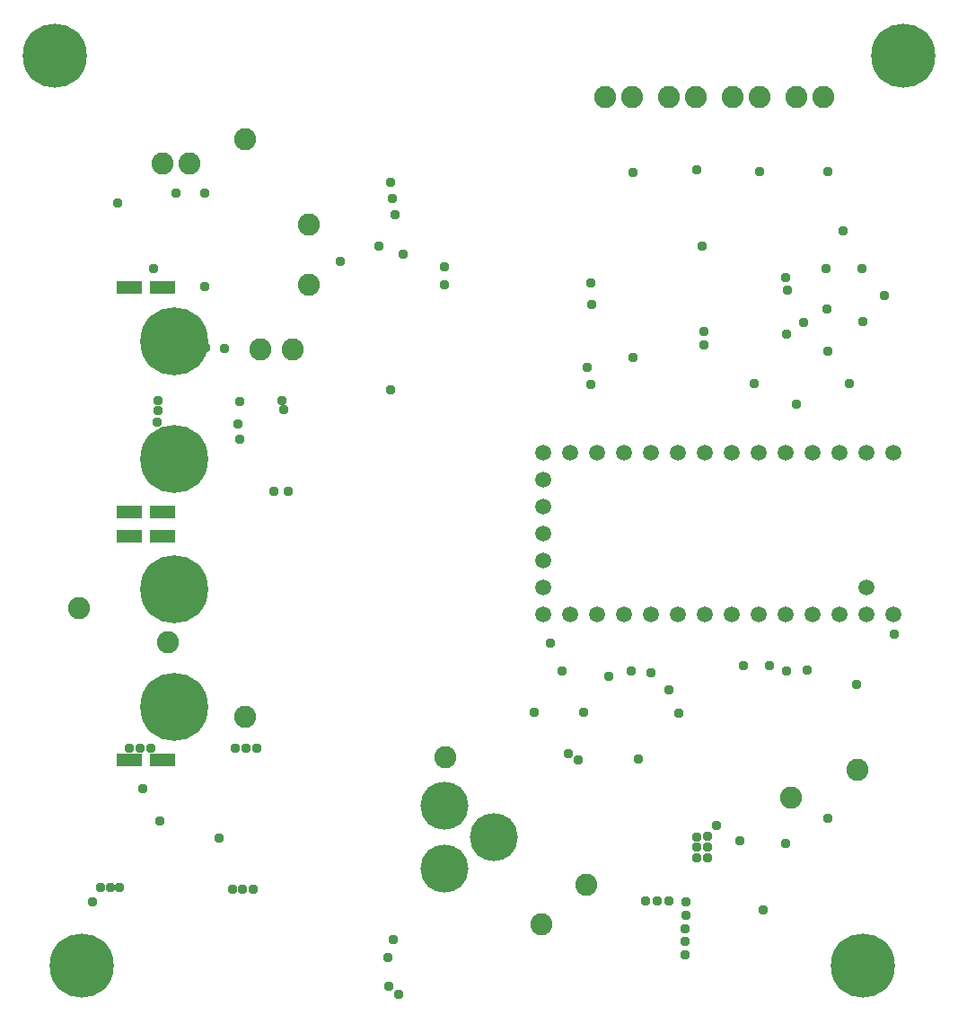
<source format=gbr>
G04 EAGLE Gerber RS-274X export*
G75*
%MOMM*%
%FSLAX34Y34*%
%LPD*%
%INSoldermask Bottom*%
%IPPOS*%
%AMOC8*
5,1,8,0,0,1.08239X$1,22.5*%
G01*
%ADD10C,4.521200*%
%ADD11C,2.082800*%
%ADD12C,1.511200*%
%ADD13C,6.045200*%
%ADD14C,6.403200*%
%ADD15R,2.403200X1.203200*%
%ADD16C,0.959600*%


D10*
X417800Y192200D03*
X417800Y132200D03*
X464800Y162200D03*
D11*
X807900Y226100D03*
X744800Y199100D03*
X551700Y117100D03*
X73600Y378100D03*
X230500Y276100D03*
X157400Y346100D03*
X177700Y797300D03*
X152300Y797300D03*
D12*
X841600Y524300D03*
X816200Y524300D03*
X790800Y524300D03*
X765400Y524300D03*
X740000Y524300D03*
X714600Y524300D03*
X689200Y524300D03*
X663800Y524300D03*
X638400Y524300D03*
X613000Y524300D03*
X587600Y524300D03*
X562200Y524300D03*
X536800Y524300D03*
X511400Y524300D03*
X511400Y498900D03*
X511400Y473500D03*
X511400Y448100D03*
X511400Y397300D03*
X511400Y371900D03*
X536800Y371900D03*
X562200Y371900D03*
X587600Y371900D03*
X613000Y371900D03*
X638400Y371900D03*
X663800Y371900D03*
X689200Y371900D03*
X714600Y371900D03*
X740000Y371900D03*
X765400Y371900D03*
X790800Y371900D03*
X816200Y371900D03*
X841600Y371900D03*
X816200Y397300D03*
X511400Y422700D03*
D13*
X50800Y898600D03*
X812800Y41300D03*
X850900Y898600D03*
X76200Y41300D03*
D11*
X290000Y740000D03*
X230000Y820000D03*
X290000Y683000D03*
X510000Y80000D03*
X419000Y238000D03*
X570000Y860000D03*
X595400Y860000D03*
X630000Y860000D03*
X655400Y860000D03*
X690000Y860000D03*
X715400Y860000D03*
X750000Y860000D03*
X775400Y860000D03*
D14*
X163000Y519000D03*
X163000Y630000D03*
D15*
X152000Y469000D03*
X152000Y680000D03*
X121000Y469000D03*
X121000Y680000D03*
D14*
X163000Y285000D03*
X163000Y396000D03*
D15*
X152000Y235000D03*
X152000Y446000D03*
X121000Y235000D03*
X121000Y446000D03*
D11*
X245000Y622000D03*
X275000Y622000D03*
D16*
X367000Y584000D03*
X710000Y590000D03*
X356000Y719000D03*
X265000Y574000D03*
X596000Y614000D03*
X663000Y626000D03*
X165000Y769000D03*
X144000Y698000D03*
X192000Y769000D03*
X192000Y681000D03*
X94000Y115000D03*
X103000Y115000D03*
X112000Y115000D03*
X218000Y113000D03*
X228000Y113000D03*
X238000Y113000D03*
X221000Y246000D03*
X231000Y246000D03*
X241000Y246000D03*
X141000Y246000D03*
X131000Y246000D03*
X121000Y246000D03*
X166000Y302000D03*
X320000Y704794D03*
X148000Y622000D03*
X149000Y631000D03*
X147000Y292000D03*
X180000Y640000D03*
X110000Y760000D03*
X211000Y623000D03*
X193000Y624000D03*
X177000Y624000D03*
X148000Y574000D03*
X148000Y564000D03*
X147000Y553000D03*
X225000Y572624D03*
X225000Y537000D03*
X223000Y552000D03*
X266612Y564912D03*
X271000Y488000D03*
X257000Y488000D03*
X842000Y354000D03*
X556000Y589000D03*
X557000Y664000D03*
X666000Y163000D03*
X656000Y162000D03*
X656000Y153000D03*
X666000Y153000D03*
X666000Y143000D03*
X656000Y143000D03*
X646000Y101000D03*
X646000Y89000D03*
X645000Y76000D03*
X645000Y64000D03*
X645000Y51000D03*
X608000Y102000D03*
X619000Y102000D03*
X630000Y102000D03*
X503000Y280000D03*
X372000Y749000D03*
X369000Y764000D03*
X418000Y700000D03*
X418000Y683000D03*
X379000Y712000D03*
X663000Y639000D03*
X661000Y719000D03*
X529000Y319000D03*
X639000Y279000D03*
X535000Y241000D03*
X365000Y49000D03*
X740000Y156000D03*
X741000Y636000D03*
X812000Y698000D03*
X778000Y698000D03*
X757000Y647000D03*
X813000Y648000D03*
X833000Y673000D03*
X613000Y317000D03*
X741000Y319000D03*
X700000Y323576D03*
X725000Y324000D03*
X760000Y320000D03*
X549000Y280000D03*
X573000Y314000D03*
X594000Y319000D03*
X366000Y22000D03*
X601000Y236000D03*
X807000Y306000D03*
X553000Y605000D03*
X556000Y685000D03*
X367000Y779088D03*
X780000Y790000D03*
X715000Y790000D03*
X656000Y791000D03*
X596000Y789000D03*
X630000Y301000D03*
X544000Y235000D03*
X742000Y678000D03*
X375000Y13942D03*
X674751Y173424D03*
X133829Y207664D03*
X86000Y101274D03*
X205944Y161702D03*
X149965Y177526D03*
X370000Y66000D03*
X697000Y159256D03*
X719000Y94000D03*
X518000Y345000D03*
X780000Y180000D03*
X750000Y570000D03*
X794000Y734000D03*
X779000Y660000D03*
X780000Y620000D03*
X800000Y590000D03*
X740000Y690000D03*
M02*

</source>
